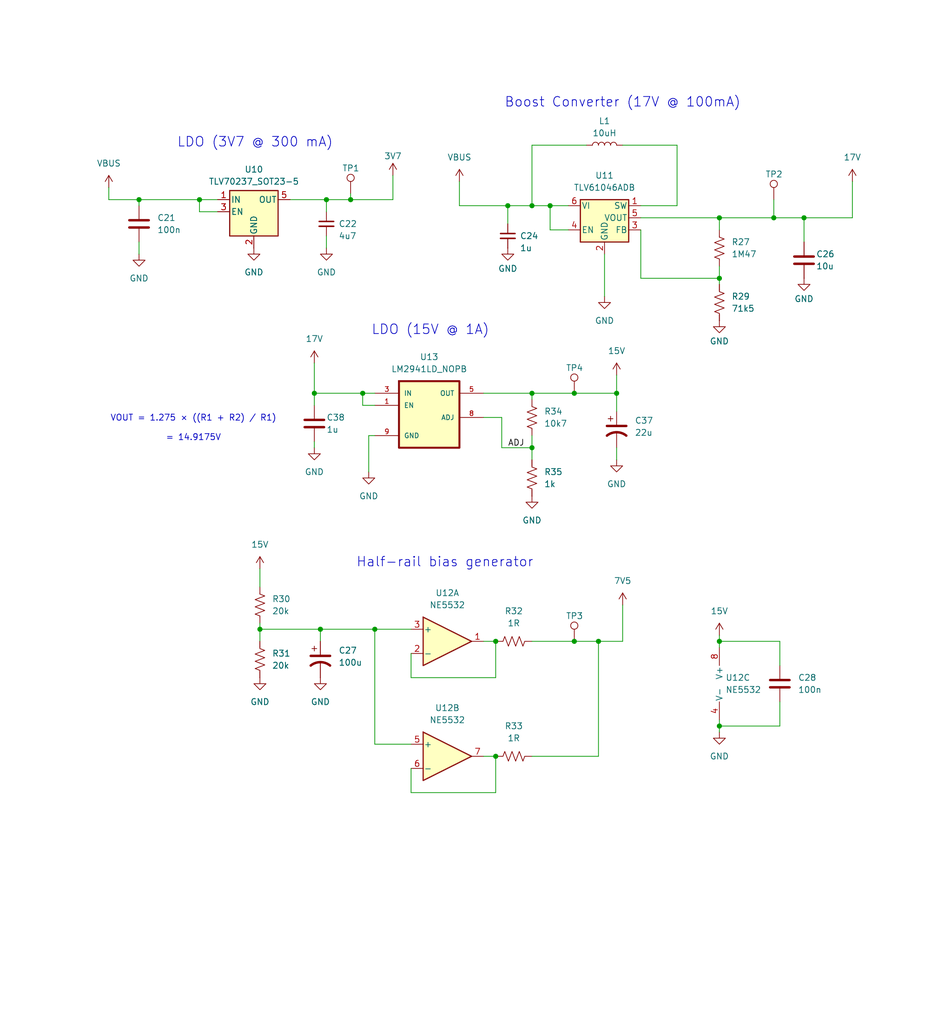
<source format=kicad_sch>
(kicad_sch (version 20231120) (generator "eeschema") (generator_version "8.0")
  (paper "User" 200 215)
  (lib_symbols
    (symbol "Amplifier_Operational:NE5532" (pin_names (offset 0.127))
      (property "Reference" "U" (at 0 5.08 0))
      (property "Value" "NE5532" (at 0 -5.08 0))
      (symbol "NE5532_1_1"
        (polyline (pts (xy -5.08 5.08) (xy 5.08 0) (xy -5.08 -5.08) (xy -5.08 5.08)) (stroke (width 0.254)) (fill (type background)))
        (pin output line (at 7.62 0 180) (length 2.54) (name "~") (number "1"))
        (pin input line (at -7.62 -2.54 0) (length 2.54) (name "-") (number "2"))
        (pin input line (at -7.62 2.54 0) (length 2.54) (name "+") (number "3"))
      )
      (symbol "NE5532_2_1"
        (polyline (pts (xy -5.08 5.08) (xy 5.08 0) (xy -5.08 -5.08) (xy -5.08 5.08)) (stroke (width 0.254)) (fill (type background)))
        (pin input line (at -7.62 2.54 0) (length 2.54) (name "+") (number "5"))
        (pin input line (at -7.62 -2.54 0) (length 2.54) (name "-") (number "6"))
        (pin output line (at 7.62 0 180) (length 2.54) (name "~") (number "7"))
      )
      (symbol "NE5532_3_1"
        (pin power_in line (at -2.54 -7.62 90) (length 3.81) (name "V-") (number "4"))
        (pin power_in line (at -2.54 7.62 270) (length 3.81) (name "V+") (number "8"))
      )
    )
    (symbol "Connector:TestPoint" (pin_numbers hide) (pin_names (offset 0.762) hide)
      (property "Reference" "TP" (at 0 6.858 0))
      (property "Value" "TestPoint" (at 0 5.08 0))
      (symbol "TestPoint_0_1"
        (circle (center 0 3.302) (radius 0.762))
      )
      (symbol "TestPoint_1_1"
        (pin passive line (at 0 0 90) (length 2.54) (name "1") (number "1"))
      )
    )
    (symbol "Device:C" (pin_numbers hide) (pin_names (offset 0.254))
      (property "Reference" "C" (at 0.635 2.54 0))
      (property "Value" "C" (at 0.635 -2.54 0))
      (symbol "C_0_1"
        (polyline (pts (xy -2.032 -0.762) (xy 2.032 -0.762)) (stroke (width 0.508)))
        (polyline (pts (xy -2.032 0.762) (xy 2.032 0.762)) (stroke (width 0.508)))
      )
      (symbol "C_1_1"
        (pin passive line (at 0 3.81 270) (length 2.794) (name "~") (number "1"))
        (pin passive line (at 0 -3.81 90) (length 2.794) (name "~") (number "2"))
      )
    )
    (symbol "Device:C_Polarized_US" (pin_numbers hide) (pin_names (offset 0.254) hide)
      (property "Reference" "C" (at 0.635 2.54 0))
      (property "Value" "C_Polarized_US" (at 0.635 -2.54 0))
      (symbol "C_Polarized_US_0_1"
        (polyline (pts (xy -2.032 0.762) (xy 2.032 0.762)) (stroke (width 0.508)))
        (polyline (pts (xy -1.778 2.286) (xy -0.762 2.286)))
        (polyline (pts (xy -1.27 1.778) (xy -1.27 2.794)))
        (arc (start 2.032 -1.27) (mid 0 -0.5572) (end -2.032 -1.27) (stroke (width 0.508)))
      )
      (symbol "C_Polarized_US_1_1"
        (pin passive line (at 0 3.81 270) (length 2.794) (name "~") (number "1"))
        (pin passive line (at 0 -3.81 90) (length 3.302) (name "~") (number "2"))
      )
    )
    (symbol "Device:C_Small" (pin_numbers hide) (pin_names (offset 0.254) hide)
      (property "Reference" "C" (at 0.254 1.778 0))
      (property "Value" "C_Small" (at 0.254 -2.032 0))
      (symbol "C_Small_0_1"
        (polyline (pts (xy -1.524 -0.508) (xy 1.524 -0.508)) (stroke (width 0.3302)))
        (polyline (pts (xy -1.524 0.508) (xy 1.524 0.508)) (stroke (width 0.3048)))
      )
      (symbol "C_Small_1_1"
        (pin passive line (at 0 2.54 270) (length 2.032) (name "~") (number "1"))
        (pin passive line (at 0 -2.54 90) (length 2.032) (name "~") (number "2"))
      )
    )
    (symbol "Device:L" (pin_numbers hide) (pin_names (offset 1.016) hide)
      (property "Reference" "L" (at -1.27 0 90))
      (property "Value" "L" (at 1.905 0 90))
      (symbol "L_0_1"
        (arc (start 0 -2.54) (mid 0.6323 -1.905) (end 0 -1.27))
        (arc (start 0 -1.27) (mid 0.6323 -0.635) (end 0 0))
        (arc (start 0 0) (mid 0.6323 0.635) (end 0 1.27))
        (arc (start 0 1.27) (mid 0.6323 1.905) (end 0 2.54))
      )
      (symbol "L_1_1"
        (pin passive line (at 0 3.81 270) (length 1.27) (name "1") (number "1"))
        (pin passive line (at 0 -3.81 90) (length 1.27) (name "2") (number "2"))
      )
    )
    (symbol "Device:R_US" (pin_numbers hide) (pin_names (offset 0))
      (property "Reference" "R" (at 2.54 0 90))
      (property "Value" "R_US" (at -2.54 0 90))
      (symbol "R_US_0_1"
        (polyline (pts (xy 0 -2.286) (xy 0 -2.54)))
        (polyline (pts (xy 0 2.286) (xy 0 2.54)))
        (polyline (pts (xy 0 -0.762) (xy 1.016 -1.143) (xy 0 -1.524) (xy -1.016 -1.905) (xy 0 -2.286)))
        (polyline (pts (xy 0 0.762) (xy 1.016 0.381) (xy 0 0) (xy -1.016 -0.381) (xy 0 -0.762)))
        (polyline (pts (xy 0 2.286) (xy 1.016 1.905) (xy 0 1.524) (xy -1.016 1.143) (xy 0 0.762)))
      )
      (symbol "R_US_1_1"
        (pin passive line (at 0 3.81 270) (length 1.27) (name "~") (number "1"))
        (pin passive line (at 0 -3.81 90) (length 1.27) (name "~") (number "2"))
      )
    )
    (symbol "LM2941:LM2941LD_NOPB" (pin_names (offset 1.016))
      (property "Reference" "U" (at -6.1563 12.5764 0))
      (property "Value" "LM2941LD_NOPB" (at -7.5735 10.2658 0))
      (symbol "LM2941LD_NOPB_0_0"
        (rectangle (start -6.35 8.89) (end 6.35 -5.08) (stroke (width 0.4064)) (fill (type background)))
        (pin input line (at -11.43 6.35 0) (length 5.08) (name "IN") (number "3"))
        (pin output line (at 11.43 6.35 180) (length 5.08) (name "OUT") (number "5"))
        (pin passive line (at 11.43 1.27 180) (length 5.08) (name "ADJ") (number "8"))
        (pin passive line (at -11.43 -2.54 0) (length 5.08) (name "GND") (number "9"))
      )
      (symbol "LM2941LD_NOPB_1_0"
        (pin passive line (at -11.43 3.81 0) (length 5.08) (name "EN") (number "1"))
        (pin passive line (at -11.43 -2.54 0) (length 5.08) hide (name "GND") (number "2"))
        (pin no_connect line (at 11.43 -3.81 180) (length 5.08) hide (name "NC") (number "4"))
        (pin no_connect line (at 11.43 -2.54 180) (length 5.08) hide (name "NC") (number "6"))
        (pin passive line (at -11.43 -2.54 0) (length 5.08) hide (name "GND") (number "7"))
      )
    )
    (symbol "Regulator_Linear:TLV70237_SOT23-5" (pin_names (offset 0.254))
      (property "Reference" "U" (at -3.81 5.715 0))
      (property "Value" "TLV70237_SOT23-5" (at 0 5.715 0))
      (symbol "TLV70237_SOT23-5_0_1"
        (rectangle (start -5.08 4.445) (end 5.08 -5.08) (stroke (width 0.254)) (fill (type background)))
      )
      (symbol "TLV70237_SOT23-5_1_1"
        (pin power_in line (at -7.62 2.54 0) (length 2.54) (name "IN") (number "1"))
        (pin power_in line (at 0 -7.62 90) (length 2.54) (name "GND") (number "2"))
        (pin input line (at -7.62 0 0) (length 2.54) (name "EN") (number "3"))
        (pin no_connect line (at 5.08 0 180) (length 2.54) hide (name "NC") (number "4"))
        (pin power_out line (at 7.62 2.54 180) (length 2.54) (name "OUT") (number "5"))
      )
    )
    (symbol "Regulator_Switching:TLV61046ADB" (pin_names (offset 0.254))
      (property "Reference" "U" (at -5.08 7.62 0))
      (property "Value" "TLV61046ADB" (at 0 7.62 0))
      (symbol "TLV61046ADB_0_1"
        (rectangle (start -5.08 6.35) (end 5.08 -2.54) (stroke (width 0.254)) (fill (type background)))
      )
      (symbol "TLV61046ADB_1_1"
        (pin power_in line (at 7.62 5.08 180) (length 2.54) (name "SW") (number "1"))
        (pin power_in line (at 0 -5.08 90) (length 2.54) (name "GND") (number "2"))
        (pin input line (at 7.62 0 180) (length 2.54) (name "FB") (number "3"))
        (pin input line (at -7.62 0 0) (length 2.54) (name "EN") (number "4"))
        (pin power_out line (at 7.62 2.54 180) (length 2.54) (name "VOUT") (number "5"))
        (pin power_in line (at -7.62 5.08 0) (length 2.54) (name "VI") (number "6"))
      )
    )
    (symbol "power:+15V" (power) (pin_numbers hide) (pin_names (offset 0) hide)
      (property "Value" "+15V" (at 0 3.556 0))
      (symbol "+15V_0_1"
        (polyline (pts (xy -0.762 1.27) (xy 0 2.54)))
        (polyline (pts (xy 0 0) (xy 0 2.54)))
        (polyline (pts (xy 0 2.54) (xy 0.762 1.27)))
      )
      (symbol "+15V_1_1"
        (pin power_in line (at 0 0 90) (length 0) (name "~") (number "1"))
      )
    )
    (symbol "power:+3V3" (power) (pin_numbers hide) (pin_names (offset 0) hide)
      (property "Value" "+3V3" (at 0 3.556 0))
      (symbol "+3V3_0_1"
        (polyline (pts (xy -0.762 1.27) (xy 0 2.54)))
        (polyline (pts (xy 0 0) (xy 0 2.54)))
        (polyline (pts (xy 0 2.54) (xy 0.762 1.27)))
      )
      (symbol "+3V3_1_1"
        (pin power_in line (at 0 0 90) (length 0) (name "~") (number "1"))
      )
    )
    (symbol "power:GND" (power) (pin_numbers hide) (pin_names (offset 0) hide)
      (property "Value" "GND" (at 0 -3.81 0))
      (symbol "GND_0_1"
        (polyline (pts (xy 0 0) (xy 0 -1.27) (xy 1.27 -1.27) (xy 0 -2.54) (xy -1.27 -1.27) (xy 0 -1.27)))
      )
      (symbol "GND_1_1"
        (pin power_in line (at 0 0 270) (length 0) (name "~") (number "1"))
      )
    )
    (symbol "power:VBUS" (power) (pin_numbers hide) (pin_names (offset 0) hide)
      (property "Value" "VBUS" (at 0 3.556 0))
      (symbol "VBUS_0_1"
        (polyline (pts (xy -0.762 1.27) (xy 0 2.54)))
        (polyline (pts (xy 0 0) (xy 0 2.54)))
        (polyline (pts (xy 0 2.54) (xy 0.762 1.27)))
      )
      (symbol "VBUS_1_1"
        (pin power_in line (at 0 0 90) (length 0) (name "~") (number "1"))
      )
    )
    (symbol "power:VCC" (power) (pin_numbers hide) (pin_names (offset 0) hide)
      (property "Value" "VCC" (at 0 3.556 0))
      (symbol "VCC_0_1"
        (polyline (pts (xy -0.762 1.27) (xy 0 2.54)))
        (polyline (pts (xy 0 0) (xy 0 2.54)))
        (polyline (pts (xy 0 2.54) (xy 0.762 1.27)))
      )
      (symbol "VCC_1_1"
        (pin power_in line (at 0 0 90) (length 0) (name "~") (number "1"))
      )
    )
  )
  (junction (at 41.91 41.91))
  (junction (at 151.13 152.4))
  (junction (at 111.76 82.55))
  (junction (at 162.56 45.72))
  (junction (at 129.54 82.55))
  (junction (at 73.66 41.91))
  (junction (at 115.57 43.18))
  (junction (at 120.65 134.62))
  (junction (at 151.13 58.42))
  (junction (at 67.31 132.08))
  (junction (at 151.13 134.62))
  (junction (at 29.21 41.91))
  (junction (at 111.76 43.18))
  (junction (at 68.58 41.91))
  (junction (at 104.14 134.62))
  (junction (at 111.76 93.98))
  (junction (at 76.2 82.55))
  (junction (at 66.04 82.55))
  (junction (at 168.91 45.72))
  (junction (at 151.13 45.72))
  (junction (at 106.68 43.18))
  (junction (at 104.14 158.75))
  (junction (at 54.61 132.08))
  (junction (at 78.74 132.08))
  (junction (at 125.73 134.62))
  (junction (at 120.65 82.55))
  (wire (pts (xy 115.57 43.18) (xy 115.57 48.26)))
  (wire (pts (xy 163.83 147.32) (xy 163.83 152.4)))
  (wire (pts (xy 29.21 41.91) (xy 41.91 41.91)))
  (wire (pts (xy 168.91 50.8) (xy 168.91 45.72)))
  (wire (pts (xy 45.72 44.45) (xy 41.91 44.45)))
  (wire (pts (xy 96.52 38.1) (xy 96.52 43.18)))
  (wire (pts (xy 151.13 58.42) (xy 134.62 58.42)))
  (wire (pts (xy 179.07 38.1) (xy 179.07 45.72)))
  (wire (pts (xy 162.56 45.72) (xy 151.13 45.72)))
  (wire (pts (xy 111.76 82.55) (xy 120.65 82.55)))
  (wire (pts (xy 86.36 156.21) (xy 78.74 156.21)))
  (wire (pts (xy 125.73 134.62) (xy 120.65 134.62)))
  (wire (pts (xy 54.61 132.08) (xy 54.61 134.62)))
  (wire (pts (xy 66.04 76.2) (xy 66.04 82.55)))
  (wire (pts (xy 104.14 166.37) (xy 104.14 158.75)))
  (wire (pts (xy 54.61 130.81) (xy 54.61 132.08)))
  (wire (pts (xy 125.73 158.75) (xy 125.73 134.62)))
  (wire (pts (xy 41.91 41.91) (xy 45.72 41.91)))
  (wire (pts (xy 129.54 93.98) (xy 129.54 96.52)))
  (wire (pts (xy 111.76 93.98) (xy 111.76 96.52)))
  (wire (pts (xy 73.66 41.91) (xy 68.58 41.91)))
  (wire (pts (xy 119.38 48.26) (xy 115.57 48.26)))
  (wire (pts (xy 78.74 85.09) (xy 76.2 85.09)))
  (wire (pts (xy 105.41 87.63) (xy 105.41 93.98)))
  (wire (pts (xy 130.81 30.48) (xy 142.24 30.48)))
  (wire (pts (xy 22.86 41.91) (xy 29.21 41.91)))
  (wire (pts (xy 73.66 40.64) (xy 73.66 41.91)))
  (wire (pts (xy 86.36 142.24) (xy 104.14 142.24)))
  (wire (pts (xy 82.55 41.91) (xy 73.66 41.91)))
  (wire (pts (xy 77.47 91.44) (xy 78.74 91.44)))
  (wire (pts (xy 29.21 50.8) (xy 29.21 53.34)))
  (wire (pts (xy 54.61 119.38) (xy 54.61 123.19)))
  (wire (pts (xy 111.76 43.18) (xy 106.68 43.18)))
  (wire (pts (xy 66.04 82.55) (xy 76.2 82.55)))
  (wire (pts (xy 66.04 92.71) (xy 66.04 93.98)))
  (wire (pts (xy 111.76 82.55) (xy 111.76 83.82)))
  (wire (pts (xy 151.13 152.4) (xy 151.13 151.13)))
  (wire (pts (xy 151.13 58.42) (xy 151.13 59.69)))
  (wire (pts (xy 29.21 41.91) (xy 29.21 43.18)))
  (wire (pts (xy 68.58 41.91) (xy 60.96 41.91)))
  (wire (pts (xy 123.19 30.48) (xy 111.76 30.48)))
  (wire (pts (xy 104.14 158.75) (xy 101.6 158.75)))
  (wire (pts (xy 76.2 85.09) (xy 76.2 82.55)))
  (wire (pts (xy 134.62 45.72) (xy 151.13 45.72)))
  (wire (pts (xy 151.13 55.88) (xy 151.13 58.42)))
  (wire (pts (xy 151.13 134.62) (xy 151.13 135.89)))
  (wire (pts (xy 78.74 156.21) (xy 78.74 132.08)))
  (wire (pts (xy 142.24 30.48) (xy 142.24 43.18)))
  (wire (pts (xy 130.81 134.62) (xy 125.73 134.62)))
  (wire (pts (xy 101.6 82.55) (xy 111.76 82.55)))
  (wire (pts (xy 134.62 43.18) (xy 142.24 43.18)))
  (wire (pts (xy 111.76 30.48) (xy 111.76 43.18)))
  (wire (pts (xy 86.36 166.37) (xy 104.14 166.37)))
  (wire (pts (xy 129.54 78.74) (xy 129.54 82.55)))
  (wire (pts (xy 68.58 44.45) (xy 68.58 41.91)))
  (wire (pts (xy 179.07 45.72) (xy 168.91 45.72)))
  (wire (pts (xy 105.41 93.98) (xy 111.76 93.98)))
  (wire (pts (xy 134.62 58.42) (xy 134.62 48.26)))
  (wire (pts (xy 120.65 82.55) (xy 129.54 82.55)))
  (wire (pts (xy 168.91 45.72) (xy 162.56 45.72)))
  (wire (pts (xy 111.76 91.44) (xy 111.76 93.98)))
  (wire (pts (xy 111.76 158.75) (xy 125.73 158.75)))
  (wire (pts (xy 115.57 43.18) (xy 111.76 43.18)))
  (wire (pts (xy 106.68 43.18) (xy 106.68 46.99)))
  (wire (pts (xy 163.83 152.4) (xy 151.13 152.4)))
  (wire (pts (xy 77.47 91.44) (xy 77.47 99.06)))
  (wire (pts (xy 151.13 153.67) (xy 151.13 152.4)))
  (wire (pts (xy 86.36 137.16) (xy 86.36 142.24)))
  (wire (pts (xy 104.14 142.24) (xy 104.14 134.62)))
  (wire (pts (xy 66.04 85.09) (xy 66.04 82.55)))
  (wire (pts (xy 76.2 82.55) (xy 78.74 82.55)))
  (wire (pts (xy 41.91 44.45) (xy 41.91 41.91)))
  (wire (pts (xy 67.31 134.62) (xy 67.31 132.08)))
  (wire (pts (xy 120.65 134.62) (xy 111.76 134.62)))
  (wire (pts (xy 82.55 36.83) (xy 82.55 41.91)))
  (wire (pts (xy 130.81 127) (xy 130.81 134.62)))
  (wire (pts (xy 96.52 43.18) (xy 106.68 43.18)))
  (wire (pts (xy 162.56 41.91) (xy 162.56 45.72)))
  (wire (pts (xy 129.54 82.55) (xy 129.54 86.36)))
  (wire (pts (xy 104.14 134.62) (xy 101.6 134.62)))
  (wire (pts (xy 101.6 87.63) (xy 105.41 87.63)))
  (wire (pts (xy 151.13 45.72) (xy 151.13 48.26)))
  (wire (pts (xy 119.38 43.18) (xy 115.57 43.18)))
  (wire (pts (xy 151.13 134.62) (xy 163.83 134.62)))
  (wire (pts (xy 86.36 161.29) (xy 86.36 166.37)))
  (wire (pts (xy 67.31 132.08) (xy 54.61 132.08)))
  (wire (pts (xy 163.83 134.62) (xy 163.83 139.7)))
  (wire (pts (xy 78.74 132.08) (xy 67.31 132.08)))
  (wire (pts (xy 127 53.34) (xy 127 62.23)))
  (wire (pts (xy 68.58 49.53) (xy 68.58 52.07)))
  (wire (pts (xy 151.13 133.35) (xy 151.13 134.62)))
  (wire (pts (xy 22.86 39.37) (xy 22.86 41.91)))
  (wire (pts (xy 86.36 132.08) (xy 78.74 132.08)))
  (text "LDO (15V @ 1A)" (at 90.424 69.342 0) (effects (font (size 2 2))))
  (text "Boost Converter (17V @ 100mA)" (at 130.81 21.59 0) (effects (font (size 2 2))))
  (text "LDO (3V7 @ 300 mA)" (at 53.594 29.972 0) (effects (font (size 2 2))))
  (text "VOUT = 1.275 × ((R1 + R2) / R1)\n\n= 14.9175V" (at 40.64 89.916 0) (effects (font (size 1.27 1.27))))
  (text "Half-rail bias generator" (at 93.472 118.11 0) (effects (font (size 2 2))))
  (label "ADJ" (at 106.68 93.98 0))
  (symbol (lib_id "power:+15V") (at 54.61 119.38 0) (unit 1)
    (property "Reference" "#PWR041" (effects (hide yes)))
    (property "Value" "15V" (at 54.61 114.3 0))
    (property "Description" "Power symbol creates a global label with name \"+15V\"" (effects (hide yes)))
  )
  (symbol (lib_id "Device:C") (at 29.21 46.99 0) (unit 1)
    (property "Reference" "C21" (at 33.02 45.7199 0) (effects (justify left)))
    (property "Value" "100n" (at 33.02 48.2599 0) (effects (justify left)))
    (property "Footprint" "Capacitor_SMD:C_0402_1005Metric_Pad0.74x0.62mm_HandSolder" (effects (hide yes)))
    (property "Description" "Unpolarized capacitor" (effects (hide yes)))
  )
  (symbol (lib_id "Connector:TestPoint") (at 73.66 40.64 0) (unit 1)
    (property "Reference" "TP1" (at 71.882 35.3059 0) (effects (justify left)))
    (property "Value" "TestPoint" (effects (hide yes)))
    (property "Footprint" "TestPoint:TestPoint_Pad_D1.5mm" (effects (hide yes)))
    (property "Description" "test point" (effects (hide yes)))
  )
  (symbol (lib_id "Amplifier_Operational:NE5532") (at 93.98 134.62 0) (unit 1)
    (property "Reference" "U12" (at 93.98 124.46 0))
    (property "Value" "NE5532" (at 93.98 127 0))
    (property "Footprint" "Package_SO:SOIC-8_3.9x4.9mm_P1.27mm" (effects (hide yes)))
    (property "Datasheet" "http://www.ti.com/lit/ds/symlink/ne5532.pdf" (effects (hide yes)))
    (property "Description" "Dual Low-Noise Operational Amplifiers, DIP-8/SOIC-8" (effects (hide yes)))
  )
  (symbol (lib_id "LM2941:LM2941LD_NOPB") (at 90.17 88.9 0) (unit 1)
    (property "Reference" "U13" (at 90.17 74.93 0))
    (property "Value" "LM2941LD_NOPB" (at 90.17 77.47 0))
    (property "Footprint" "LM2941:DFN400X400X80-9N" (effects (hide yes)))
    (property "MPN" "LM2941LD/NOPB" (effects (hide yes)))
    (property "OC_FARNELL" "1798362" (effects (hide yes)))
    (property "OC_NEWARK" "73R9732" (effects (hide yes)))
    (property "SUPPLIER" "NationalSemiconductor" (effects (hide yes)))
    (property "PACKAGE" "LLP-8" (effects (hide yes)))
  )
  (symbol (lib_id "Device:C") (at 66.04 88.9 0) (unit 1)
    (property "Reference" "C38" (at 68.58 87.63 0) (effects (justify left)))
    (property "Value" "1u" (at 68.58 90.17 0) (effects (justify left)))
    (property "Footprint" "Capacitor_SMD:C_0805_2012Metric_Pad1.18x1.45mm_HandSolder" (effects (hide yes)))
    (property "Description" "Unpolarized capacitor" (effects (hide yes)))
  )
  (symbol (lib_id "Device:R_US") (at 151.13 63.5 0) (unit 1)
    (property "Reference" "R29" (at 153.67 62.2299 0) (effects (justify left)))
    (property "Value" "71k5" (at 153.67 64.7699 0) (effects (justify left)))
    (property "Footprint" "Resistor_SMD:R_0402_1005Metric_Pad0.72x0.64mm_HandSolder" (effects (hide yes)))
    (property "Description" "Resistor, US symbol" (effects (hide yes)))
  )
  (symbol (lib_id "power:VBUS") (at 96.52 38.1 0) (unit 1)
    (property "Reference" "#PWR037" (effects (hide yes)))
    (property "Value" "VBUS" (at 96.52 33.02 0))
    (property "Description" "Power symbol creates a global label with name \"VBUS\"" (effects (hide yes)))
  )
  (symbol (lib_id "Device:R_US") (at 151.13 52.07 0) (unit 1)
    (property "Reference" "R27" (at 153.67 50.7999 0) (effects (justify left)))
    (property "Value" "1M47" (at 153.67 53.3399 0) (effects (justify left)))
    (property "Footprint" "Resistor_SMD:R_0402_1005Metric_Pad0.72x0.64mm_HandSolder" (effects (hide yes)))
    (property "Description" "Resistor, US symbol" (effects (hide yes)))
  )
  (symbol (lib_id "power:GND") (at 111.76 104.14 0) (unit 1)
    (property "Reference" "#PWR064" (effects (hide yes)))
    (property "Value" "GND" (at 111.76 109.22 0))
    (property "Description" "Power symbol creates a global label with name \"GND\" , ground" (effects (hide yes)))
  )
  (symbol (lib_id "Device:C_Polarized_US") (at 67.31 138.43 0) (unit 1)
    (property "Reference" "C27" (at 71.12 136.5249 0) (effects (justify left)))
    (property "Value" "100u" (at 71.12 139.0649 0) (effects (justify left)))
    (property "Footprint" "Capacitor_THT:CP_Radial_D8.0mm_P3.50mm" (effects (hide yes)))
    (property "Description" "Polarized capacitor, US symbol" (effects (hide yes)))
  )
  (symbol (lib_id "Device:L") (at 127 30.48 90) (unit 1)
    (property "Reference" "L1" (at 127 25.4 90))
    (property "Value" "10uH" (at 127 27.94 90))
    (property "Footprint" "VLS3012CX_100M_1:IND_VLS3012CX-100M-1" (effects (hide yes)))
    (property "Description" "Inductor" (effects (hide yes)))
  )
  (symbol (lib_id "Device:C_Small") (at 68.58 46.99 0) (unit 1)
    (property "Reference" "C22" (at 71.12 46.99 0) (effects (justify left)))
    (property "Value" "4u7" (at 71.12 49.53 0) (effects (justify left)))
    (property "Footprint" "Capacitor_SMD:C_0402_1005Metric_Pad0.74x0.62mm_HandSolder" (effects (hide yes)))
    (property "Description" "Unpolarized capacitor, small symbol" (effects (hide yes)))
  )
  (symbol (lib_id "power:+15V") (at 179.07 38.1 0) (unit 1)
    (property "Reference" "#PWR040" (effects (hide yes)))
    (property "Value" "17V" (at 179.07 33.02 0))
    (property "Description" "Power symbol creates a global label with name \"+15V\"" (effects (hide yes)))
  )
  (symbol (lib_id "power:GND") (at 129.54 96.52 0) (unit 1)
    (property "Reference" "#PWR063" (effects (hide yes)))
    (property "Value" "GND" (at 129.54 101.6 0))
    (property "Description" "Power symbol creates a global label with name \"GND\" , ground" (effects (hide yes)))
  )
  (symbol (lib_id "Device:R_US") (at 107.95 158.75 90) (unit 1)
    (property "Reference" "R33" (at 107.95 152.4 90))
    (property "Value" "1R" (at 107.95 154.94 90))
    (property "Footprint" "Resistor_SMD:R_0603_1608Metric_Pad0.98x0.95mm_HandSolder" (effects (hide yes)))
    (property "Description" "Resistor, US symbol" (effects (hide yes)))
  )
  (symbol (lib_id "power:GND") (at 151.13 67.31 0) (unit 1)
    (property "Reference" "#PWR038" (effects (hide yes)))
    (property "Value" "GND" (at 151.13 71.628 0))
    (property "Description" "Power symbol creates a global label with name \"GND\" , ground" (effects (hide yes)))
  )
  (symbol (lib_id "power:GND") (at 53.34 52.07 0) (unit 1)
    (property "Reference" "#PWR030" (effects (hide yes)))
    (property "Value" "GND" (at 53.34 57.15 0))
    (property "Description" "Power symbol creates a global label with name \"GND\" , ground" (effects (hide yes)))
  )
  (symbol (lib_id "Device:R_US") (at 54.61 138.43 180) (unit 1)
    (property "Reference" "R31" (at 57.15 137.1599 0) (effects (justify right)))
    (property "Value" "20k" (at 57.15 139.6999 0) (effects (justify right)))
    (property "Footprint" "Resistor_SMD:R_0402_1005Metric_Pad0.72x0.64mm_HandSolder" (effects (hide yes)))
    (property "Description" "Resistor, US symbol" (effects (hide yes)))
  )
  (symbol (lib_id "power:GND") (at 66.04 93.98 0) (unit 1)
    (property "Reference" "#PWR068" (effects (hide yes)))
    (property "Value" "GND" (at 66.04 99.06 0))
    (property "Description" "Power symbol creates a global label with name \"GND\" , ground" (effects (hide yes)))
  )
  (symbol (lib_id "Connector:TestPoint") (at 162.56 41.91 0) (unit 1)
    (property "Reference" "TP2" (at 160.782 36.5759 0) (effects (justify left)))
    (property "Value" "TestPoint" (effects (hide yes)))
    (property "Footprint" "TestPoint:TestPoint_Pad_D1.5mm" (effects (hide yes)))
    (property "Description" "test point" (effects (hide yes)))
  )
  (symbol (lib_id "power:GND") (at 77.47 99.06 0) (unit 1)
    (property "Reference" "#PWR067" (effects (hide yes)))
    (property "Value" "GND" (at 77.47 104.14 0))
    (property "Description" "Power symbol creates a global label with name \"GND\" , ground" (effects (hide yes)))
  )
  (symbol (lib_id "Device:R_US") (at 54.61 127 180) (unit 1)
    (property "Reference" "R30" (at 57.15 125.7299 0) (effects (justify right)))
    (property "Value" "20k" (at 57.15 128.2699 0) (effects (justify right)))
    (property "Footprint" "Resistor_SMD:R_0402_1005Metric_Pad0.72x0.64mm_HandSolder" (effects (hide yes)))
    (property "Description" "Resistor, US symbol" (effects (hide yes)))
  )
  (symbol (lib_id "Device:C_Polarized_US") (at 129.54 90.17 0) (unit 1)
    (property "Reference" "C37" (at 133.35 88.2649 0) (effects (justify left)))
    (property "Value" "22u" (at 133.35 90.8049 0) (effects (justify left)))
    (property "Footprint" "293D226X9035D2TE3:CAP_293D_D_VIS-M" (effects (hide yes)))
    (property "Description" "Polarized capacitor, US symbol" (effects (hide yes)))
  )
  (symbol (lib_id "Device:R_US") (at 107.95 134.62 90) (unit 1)
    (property "Reference" "R32" (at 107.95 128.27 90))
    (property "Value" "1R" (at 107.95 130.81 90))
    (property "Footprint" "Resistor_SMD:R_0603_1608Metric_Pad0.98x0.95mm_HandSolder" (effects (hide yes)))
    (property "Description" "Resistor, US symbol" (effects (hide yes)))
  )
  (symbol (lib_id "power:GND") (at 127 62.23 0) (unit 1)
    (property "Reference" "#PWR035" (effects (hide yes)))
    (property "Value" "GND" (at 127 67.31 0))
    (property "Description" "Power symbol creates a global label with name \"GND\" , ground" (effects (hide yes)))
  )
  (symbol (lib_id "Regulator_Linear:TLV70237_SOT23-5") (at 53.34 44.45 0) (unit 1)
    (property "Reference" "U10" (at 53.34 35.56 0))
    (property "Value" "TLV70237_SOT23-5" (at 53.34 38.1 0))
    (property "Footprint" "Package_TO_SOT_SMD:SOT-23-5" (effects (hide yes)))
    (property "Datasheet" "http://www.ti.com/lit/ds/symlink/tlv702.pdf" (effects (hide yes)))
    (property "Description" "300mA Low Dropout Voltage Regulator, Fixed Output 3.7V, SOT-23-5" (effects (hide yes)))
  )
  (symbol (lib_id "Regulator_Switching:TLV61046ADB") (at 127 48.26 0) (unit 1)
    (property "Reference" "U11" (at 127 36.83 0))
    (property "Value" "TLV61046ADB" (at 127 39.37 0))
    (property "Footprint" "Package_TO_SOT_SMD:SOT-23-6" (effects (hide yes)))
    (property "Datasheet" "http://www.ti.com/lit/ds/symlink/tlv61046a.pdf" (effects (hide yes)))
    (property "Description" "28-V Output Voltage Boost Converter with Power Diode and Isolation Switch, SOT-23-6" (effects (hide yes)))
  )
  (symbol (lib_id "power:+3V3") (at 82.55 36.83 0) (unit 1)
    (property "Reference" "#PWR033" (effects (hide yes)))
    (property "Value" "3V7" (at 82.55 32.766 0))
    (property "Description" "Power symbol creates a global label with name \"+3V3\"" (effects (hide yes)))
  )
  (symbol (lib_id "power:GND") (at 151.13 153.67 0) (unit 1)
    (property "Reference" "#PWR046" (effects (hide yes)))
    (property "Value" "GND" (at 151.13 158.75 0))
    (property "Description" "Power symbol creates a global label with name \"GND\" , ground" (effects (hide yes)))
  )
  (symbol (lib_id "Connector:TestPoint") (at 120.65 134.62 0) (unit 1)
    (property "Reference" "TP3" (at 118.872 129.2859 0) (effects (justify left)))
    (property "Value" "TestPoint" (effects (hide yes)))
    (property "Footprint" "TestPoint:TestPoint_Pad_D1.5mm" (effects (hide yes)))
    (property "Description" "test point" (effects (hide yes)))
  )
  (symbol (lib_id "power:GND") (at 168.91 58.42 0) (unit 1)
    (property "Reference" "#PWR039" (effects (hide yes)))
    (property "Value" "GND" (at 168.91 62.738 0))
    (property "Description" "Power symbol creates a global label with name \"GND\" , ground" (effects (hide yes)))
  )
  (symbol (lib_id "power:+15V") (at 129.54 78.74 0) (unit 1)
    (property "Reference" "#PWR065" (effects (hide yes)))
    (property "Value" "15V" (at 129.54 73.66 0))
    (property "Description" "Power symbol creates a global label with name \"+15V\"" (effects (hide yes)))
  )
  (symbol (lib_id "power:GND") (at 54.61 142.24 0) (unit 1)
    (property "Reference" "#PWR042" (effects (hide yes)))
    (property "Value" "GND" (at 54.61 147.32 0))
    (property "Description" "Power symbol creates a global label with name \"GND\" , ground" (effects (hide yes)))
  )
  (symbol (lib_id "Device:C") (at 163.83 143.51 0) (unit 1)
    (property "Reference" "C28" (at 167.64 142.2399 0) (effects (justify left)))
    (property "Value" "100n" (at 167.64 144.7799 0) (effects (justify left)))
    (property "Footprint" "Capacitor_SMD:C_0805_2012Metric_Pad1.18x1.45mm_HandSolder" (effects (hide yes)))
    (property "Description" "Unpolarized capacitor" (effects (hide yes)))
  )
  (symbol (lib_id "power:+15V") (at 151.13 133.35 0) (unit 1)
    (property "Reference" "#PWR045" (effects (hide yes)))
    (property "Value" "15V" (at 151.13 128.27 0))
    (property "Description" "Power symbol creates a global label with name \"+15V\"" (effects (hide yes)))
  )
  (symbol (lib_id "power:GND") (at 29.21 53.34 0) (unit 1)
    (property "Reference" "#PWR031" (effects (hide yes)))
    (property "Value" "GND" (at 29.21 58.42 0))
    (property "Description" "Power symbol creates a global label with name \"GND\" , ground" (effects (hide yes)))
  )
  (symbol (lib_id "power:+15V") (at 66.04 76.2 0) (unit 1)
    (property "Reference" "#PWR066" (effects (hide yes)))
    (property "Value" "17V" (at 66.04 71.12 0))
    (property "Description" "Power symbol creates a global label with name \"+15V\"" (effects (hide yes)))
  )
  (symbol (lib_id "power:GND") (at 106.68 52.07 0) (unit 1)
    (property "Reference" "#PWR036" (effects (hide yes)))
    (property "Value" "GND" (at 106.68 56.388 0))
    (property "Description" "Power symbol creates a global label with name \"GND\" , ground" (effects (hide yes)))
  )
  (symbol (lib_id "power:GND") (at 67.31 142.24 0) (unit 1)
    (property "Reference" "#PWR043" (effects (hide yes)))
    (property "Value" "GND" (at 67.31 147.32 0))
    (property "Description" "Power symbol creates a global label with name \"GND\" , ground" (effects (hide yes)))
  )
  (symbol (lib_id "Device:R_US") (at 111.76 87.63 0) (unit 1)
    (property "Reference" "R34" (at 114.3 86.3599 0) (effects (justify left)))
    (property "Value" "10k7" (at 114.3 88.8999 0) (effects (justify left)))
    (property "Footprint" "Resistor_SMD:R_0402_1005Metric_Pad0.72x0.64mm_HandSolder" (effects (hide yes)))
    (property "Description" "Resistor, US symbol" (effects (hide yes)))
  )
  (symbol (lib_id "Device:R_US") (at 111.76 100.33 0) (unit 1)
    (property "Reference" "R35" (at 114.3 99.0599 0) (effects (justify left)))
    (property "Value" "1k" (at 114.3 101.5999 0) (effects (justify left)))
    (property "Footprint" "Resistor_SMD:R_0402_1005Metric_Pad0.72x0.64mm_HandSolder" (effects (hide yes)))
    (property "Description" "Resistor, US symbol" (effects (hide yes)))
  )
  (symbol (lib_id "power:GND") (at 68.58 52.07 0) (unit 1)
    (property "Reference" "#PWR032" (effects (hide yes)))
    (property "Value" "GND" (at 68.58 57.15 0))
    (property "Description" "Power symbol creates a global label with name \"GND\" , ground" (effects (hide yes)))
  )
  (symbol (lib_id "power:VCC") (at 130.81 127 0) (unit 1)
    (property "Reference" "#PWR044" (effects (hide yes)))
    (property "Value" "7V5" (at 130.81 121.92 0))
    (property "Description" "Power symbol creates a global label with name \"VCC\"" (effects (hide yes)))
  )
  (symbol (lib_id "power:VBUS") (at 22.86 39.37 0) (unit 1)
    (property "Reference" "#PWR034" (effects (hide yes)))
    (property "Value" "VBUS" (at 22.86 34.29 0))
    (property "Description" "Power symbol creates a global label with name \"VBUS\"" (effects (hide yes)))
  )
  (symbol (lib_id "Connector:TestPoint") (at 120.65 82.55 0) (unit 1)
    (property "Reference" "TP4" (at 118.872 77.2159 0) (effects (justify left)))
    (property "Value" "TestPoint" (effects (hide yes)))
    (property "Footprint" "TestPoint:TestPoint_Pad_D1.5mm" (effects (hide yes)))
    (property "Description" "test point" (effects (hide yes)))
  )
  (symbol (lib_id "Amplifier_Operational:NE5532") (at 153.67 143.51 0) (unit 3)
    (property "Reference" "U12" (at 152.4 142.2399 0) (effects (justify left)))
    (property "Value" "NE5532" (at 152.4 144.7799 0) (effects (justify left)))
    (property "Footprint" "Package_SO:SOIC-8_3.9x4.9mm_P1.27mm" (effects (hide yes)))
    (property "Datasheet" "http://www.ti.com/lit/ds/symlink/ne5532.pdf" (effects (hide yes)))
    (property "Description" "Dual Low-Noise Operational Amplifiers, DIP-8/SOIC-8" (effects (hide yes)))
  )
  (symbol (lib_id "Device:C") (at 168.91 54.61 0) (unit 1)
    (property "Reference" "C26" (at 171.45 53.34 0) (effects (justify left)))
    (property "Value" "10u" (at 171.45 55.88 0) (effects (justify left)))
    (property "Footprint" "Capacitor_SMD:C_1210_3225Metric_Pad1.33x2.70mm_HandSolder" (effects (hide yes)))
    (property "Description" "Unpolarized capacitor" (effects (hide yes)))
  )
  (symbol (lib_id "Device:C_Small") (at 106.68 49.53 0) (unit 1)
    (property "Reference" "C24" (at 109.22 49.53 0) (effects (justify left)))
    (property "Value" "1u" (at 109.22 52.07 0) (effects (justify left)))
    (property "Footprint" "Capacitor_SMD:C_0402_1005Metric_Pad0.74x0.62mm_HandSolder" (effects (hide yes)))
    (property "Description" "Unpolarized capacitor, small symbol" (effects (hide yes)))
  )
  (symbol (lib_id "Amplifier_Operational:NE5532") (at 93.98 158.75 0) (unit 2)
    (property "Reference" "U12" (at 93.98 148.59 0))
    (property "Value" "NE5532" (at 93.98 151.13 0))
    (property "Footprint" "Package_SO:SOIC-8_3.9x4.9mm_P1.27mm" (effects (hide yes)))
    (property "Datasheet" "http://www.ti.com/lit/ds/symlink/ne5532.pdf" (effects (hide yes)))
    (property "Description" "Dual Low-Noise Operational Amplifiers, DIP-8/SOIC-8" (effects (hide yes)))
  )
)
</source>
